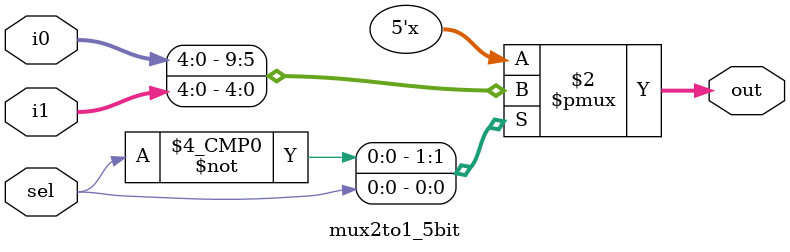
<source format=v>


`timescale 1ns / 1ns

module mux2to1_5bit(i0, i1, sel, out);
  
  input [4:0] i0, i1;   // input 1 and 2
  input sel;            // select bit
  output reg [4:0] out; // output
  
  // loop for mux operation
  always @ (sel or i0 or i1)
  begin
    case(sel)
      // if sel is 0...
      1'b0: begin
        // select input 1
        out <= i0;
      end
      // if sel is 1...
      1'b1: begin
        // select input 2
        out <= i1;
      end
    endcase
  end
  
endmodule


</source>
